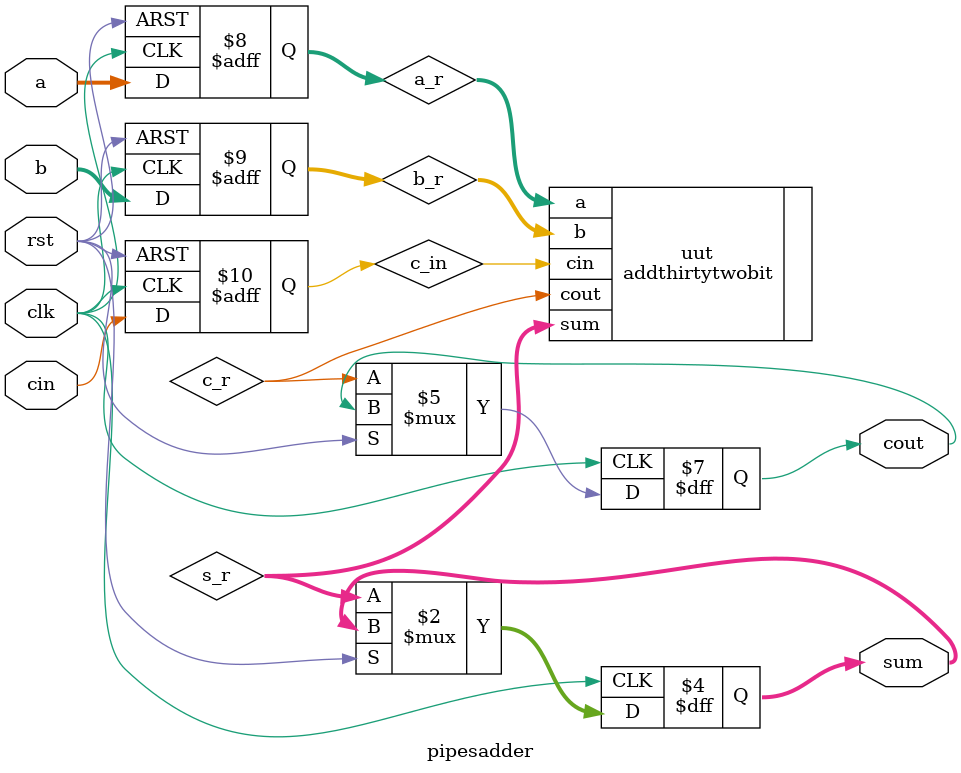
<source format=v>
`timescale 1ns / 1ps


module pipesadder(input clk,
input rst,
input [31:0]a,
input [31:0]b,
input cin,
output reg[31:0]sum,
output reg cout
 );
 reg [31:0] a_r,b_r;
 reg c_in;
 wire [31:0] s_r;
 wire c_r;
 addthirtytwobit uut(.a(a_r), .b(b_r), .cin(c_in), .sum(s_r), .cout(c_r));
 always @ (posedge clk or posedge rst) begin
 if(rst)
 begin
 a_r<=32'b00000000000000000000000000000000;
 b_r<=32'b00000000000000000000000000000000;
 c_in<=1'b00000000000000000000000000000000;
 end
 else
 begin
 a_r<=a;
 b_r<=b;
 c_in<=cin;
 sum<=s_r;
 cout<=c_r;
 end
 end
endmodule


  

</source>
